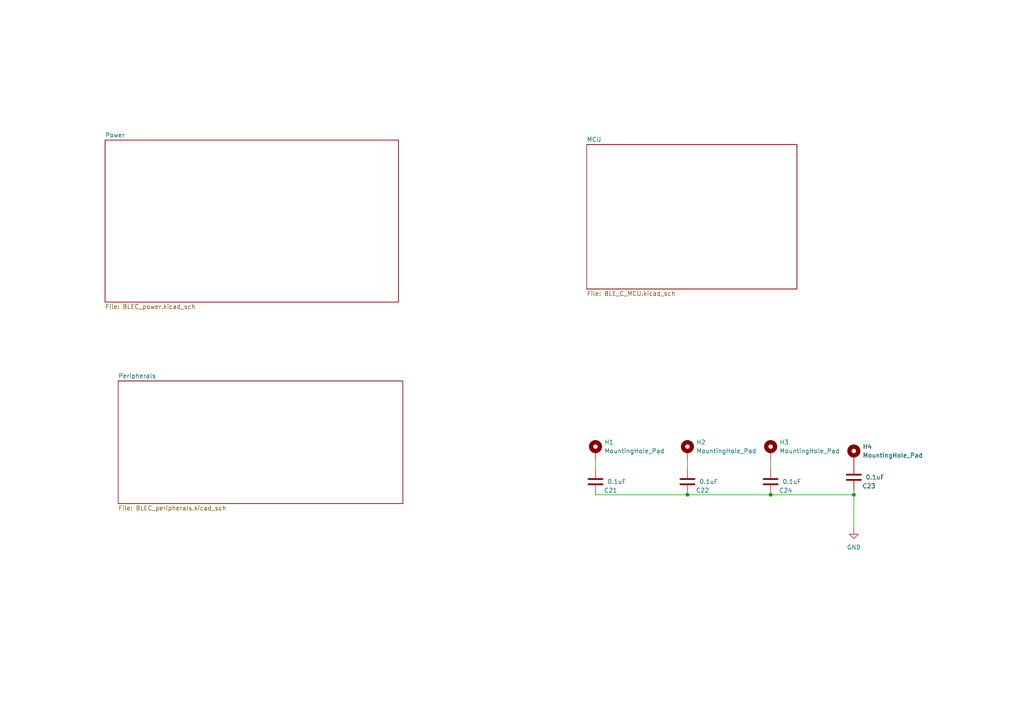
<source format=kicad_sch>
(kicad_sch (version 20230121) (generator eeschema)
  (paper "A4")
  (title_block (title "MCU") (rev "0"))
  (lib_symbols
    (symbol "Device:C" (pin_numbers hide) (pin_names (offset 0.254))
      (property "Reference" "C" (at 0.635 2.54 0))
      (property "Value" "C" (at 0.635 -2.54 0))
      (symbol "C_0_1"
        (polyline (pts (xy -2.032 -0.762) (xy 2.032 -0.762)) (stroke (width 0.508)))
        (polyline (pts (xy -2.032 0.762) (xy 2.032 0.762)) (stroke (width 0.508)))
      )
      (symbol "C_1_1"
        (pin passive line (at 0 3.81 270) (length 2.794) (name "~") (number "1"))
        (pin passive line (at 0 -3.81 90) (length 2.794) (name "~") (number "2"))
      )
    )
    (symbol "Mechanical:MountingHole_Pad" (pin_numbers hide) (pin_names (offset 1.016) hide)
      (property "Reference" "H" (at 0 6.35 0))
      (property "Value" "MountingHole_Pad" (at 0 4.445 0))
      (symbol "MountingHole_Pad_0_1"
        (circle (center 0 1.27) (radius 1.27) (stroke (width 1.27)))
      )
      (symbol "MountingHole_Pad_1_1"
        (pin input line (at 0 -2.54 90) (length 2.54) (name "1") (number "1"))
      )
    )
    (symbol "power:GND" (power) (pin_names (offset 0))
      (property "Value" "GND" (at 0 -3.81 0))
      (symbol "GND_0_1"
        (polyline (pts (xy 0 0) (xy 0 -1.27) (xy 1.27 -1.27) (xy 0 -2.54) (xy -1.27 -1.27) (xy 0 -1.27)))
      )
      (symbol "GND_1_1"
        (pin power_in line (at 0 0 270) (length 0) hide (name "GND") (number "1"))
      )
    )
  )
  (junction (at 223.52 143.51))
  (junction (at 199.39 143.51))
  (junction (at 247.65 143.51))
  (wire (pts (xy 247.65 143.51) (xy 247.65 153.67)))
  (wire (pts (xy 199.39 143.51) (xy 223.52 143.51)))
  (wire (pts (xy 199.39 135.89) (xy 199.39 133.35)))
  (wire (pts (xy 223.52 143.51) (xy 247.65 143.51)))
  (wire (pts (xy 172.72 135.89) (xy 172.72 133.35)))
  (wire (pts (xy 247.65 142.24) (xy 247.65 143.51)))
  (wire (pts (xy 223.52 133.35) (xy 223.52 135.89)))
  (wire (pts (xy 172.72 143.51) (xy 199.39 143.51)))
  (symbol (lib_id "Mechanical:MountingHole_Pad") (at 247.65 132.08 0) (unit 1)
    (property "Reference" "H4" (at 250.19 129.54 0) (effects (justify left)))
    (property "Value" "MountingHole_Pad" (at 250.19 132.08 0) (effects (justify left)))
    (property "Footprint" "MountingHole:MountingHole_2.2mm_M2_DIN965_Pad" (effects hide))
  )
  (symbol (lib_id "Device:C") (at 199.39 139.7 180) (unit 1)
    (property "Reference" "C22" (at 205.74 142.24 0) (effects (justify left)))
    (property "Value" "0.1uF" (at 208.28 139.7 0) (effects (justify left)))
    (property "Footprint" "Capacitor_SMD:C_0402_1005Metric_Pad0.74x0.62mm_HandSolder" (effects hide))
    (property "Datasheet" "https://www.digikey.ca/en/products/detail/samsung-electro-mechanics/CL05B104KP5NNNC/3886660" (effects hide))
    (property "Part" "CL05B104KP5NNNC" (effects hide))
  )
  (symbol (lib_id "Device:C") (at 172.72 139.7 180) (unit 1)
    (property "Reference" "C21" (at 179.07 142.24 0) (effects (justify left)))
    (property "Value" "0.1uF" (at 181.61 139.7 0) (effects (justify left)))
    (property "Footprint" "Capacitor_SMD:C_0402_1005Metric_Pad0.74x0.62mm_HandSolder" (effects hide))
    (property "Datasheet" "https://www.digikey.ca/en/products/detail/samsung-electro-mechanics/CL05B104KP5NNNC/3886660" (effects hide))
    (property "Part" "CL05B104KP5NNNC" (effects hide))
  )
  (symbol (lib_id "Device:C") (at 223.52 139.7 180) (unit 1)
    (property "Reference" "C24" (at 229.87 142.24 0) (effects (justify left)))
    (property "Value" "0.1uF" (at 232.41 139.7 0) (effects (justify left)))
    (property "Footprint" "Capacitor_SMD:C_0402_1005Metric_Pad0.74x0.62mm_HandSolder" (effects hide))
    (property "Datasheet" "https://www.digikey.ca/en/products/detail/samsung-electro-mechanics/CL05B104KP5NNNC/3886660" (effects hide))
    (property "Part" "CL05B104KP5NNNC" (effects hide))
  )
  (symbol (lib_id "Mechanical:MountingHole_Pad") (at 172.72 130.81 0) (unit 1)
    (property "Reference" "H1" (at 175.26 128.27 0) (effects (justify left)))
    (property "Value" "MountingHole_Pad" (at 175.26 130.81 0) (effects (justify left)))
    (property "Footprint" "MountingHole:MountingHole_2.2mm_M2_DIN965_Pad" (effects hide))
  )
  (symbol (lib_id "Device:C") (at 247.65 138.43 180) (unit 1)
    (property "Reference" "C23" (at 254 140.97 0) (effects (justify left)))
    (property "Value" "0.1uF" (at 256.54 138.43 0) (effects (justify left)))
    (property "Footprint" "Capacitor_SMD:C_0402_1005Metric_Pad0.74x0.62mm_HandSolder" (effects hide))
    (property "Datasheet" "https://www.digikey.ca/en/products/detail/samsung-electro-mechanics/CL05B104KP5NNNC/3886660" (effects hide))
    (property "Part" "CL05B104KP5NNNC" (effects hide))
  )
  (symbol (lib_id "Mechanical:MountingHole_Pad") (at 199.39 130.81 0) (unit 1)
    (property "Reference" "H2" (at 201.93 128.27 0) (effects (justify left)))
    (property "Value" "MountingHole_Pad" (at 201.93 130.81 0) (effects (justify left)))
    (property "Footprint" "MountingHole:MountingHole_2.2mm_M2_DIN965_Pad" (effects hide))
  )
  (symbol (lib_id "power:GND") (at 247.65 153.67 0) (unit 1)
    (property "Reference" "#PWR01" (effects hide))
    (property "Value" "GND" (at 247.65 158.75 0))
  )
  (symbol (lib_id "Mechanical:MountingHole_Pad") (at 223.52 130.81 0) (unit 1)
    (property "Reference" "H3" (at 226.06 128.27 0) (effects (justify left)))
    (property "Value" "MountingHole_Pad" (at 226.06 130.81 0) (effects (justify left)))
    (property "Footprint" "MountingHole:MountingHole_2.2mm_M2_DIN965_Pad" (effects hide))
  )
  (sheet (at 34.29 110.49) (size 82.55 35.56) (stroke (width 0.1524))
    (property "Sheetname" "Peripherals" (at 34.29 109.7784 0) (effects (justify left bottom)))
    (property "Sheetfile" "BLEC_peripherals.kicad_sch" (at 34.29 146.6346 0) (effects (justify left top)))
  )
  (sheet (at 170.18 41.91) (size 60.96 41.91) (stroke (width 0.1524))
    (property "Sheetname" "MCU" (at 170.18 41.1984 0) (effects (justify left bottom)))
    (property "Sheetfile" "BLE_C_MCU.kicad_sch" (at 170.18 84.4046 0) (effects (justify left top)))
  )
  (sheet (at 30.48 40.64) (size 85.09 46.99) (stroke (width 0.1524))
    (property "Sheetname" "Power" (at 30.48 39.9284 0) (effects (justify left bottom)))
    (property "Sheetfile" "BLEC_power.kicad_sch" (at 30.48 88.2146 0) (effects (justify left top)))
  )
)
</source>
